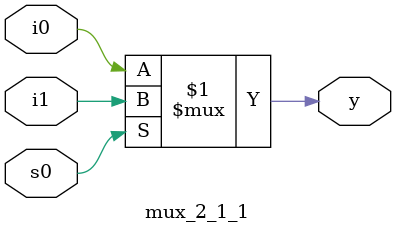
<source format=v>
module mux_2_1_1(s0,i1,i0,y);

input s0,i0,i1;
output  y;
wire k;	


/*always@(s0,i1,i0)

	begin
		if(s0==1'b0 )
		begin
			assign k=i0;
			assign y=k;
		end

		else 
		begin
			assign k=i1;
			assign y=k;
		end
		

	end*/

assign y = s0?i1:i0 ;

initial
$monitor("y=%b",y);
endmodule

</source>
